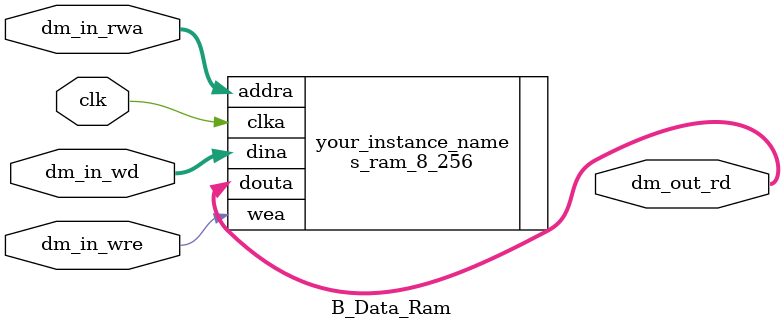
<source format=v>
`timescale 1ns / 1ps


module B_Data_Ram(
input clk,

input dm_in_wre, //ÔÚÇ°ÃæÓÃ1ÓÐÐ§£¬ºóµÄ0ÓÐÐ§
input wire [9:0] dm_in_rwa,
input wire [31:0] dm_in_wd,

output wire[31:0] dm_out_rd

    );
   parameter ena=1'b1; 
    s_ram_8_256 your_instance_name (
  .clka(clk),    // input wire clka
  .wea(dm_in_wre),      // input wire [0 : 0] wea
  .addra(dm_in_rwa),  // input wire [7 : 0] addra
  .dina(dm_in_wd),    // input wire [31 : 0] dina
  .douta(dm_out_rd)  // output wire [31 : 0] douta
);
endmodule

</source>
